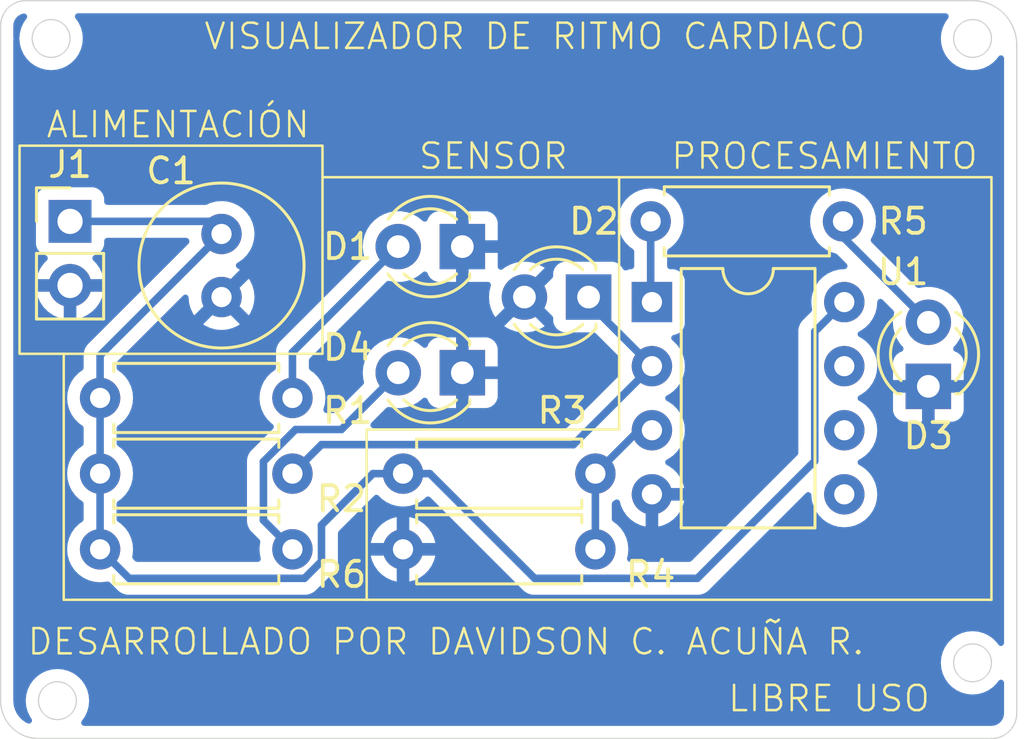
<source format=kicad_pcb>
(kicad_pcb (version 20240108) (generator "pcbnew") (generator_version "8.0")
  (layers (0 "F.Cu" signal) (31 "B.Cu" signal) (34 "B.Paste" user) (35 "F.Paste" user) (36 "B.SilkS" user "B.Silkscreen") (37 "F.SilkS" user "F.Silkscreen") (38 "B.Mask" user) (39 "F.Mask" user) (44 "Edge.Cuts" user))
  (net 0 "")
  (net 1 "GND")
  (net 2 "+5V")
  (net 3 "Net-(D1-A)")
  (net 4 "/SENSOR")
  (net 5 "Net-(D3-A)")
  (net 6 "Net-(U1A-+)")
  (net 7 "Net-(R5-Pad1)")
  (net 11 "Net-(D4-A)")
  (footprint "Resistor_THT:R_Axial_DIN0207_L6.3mm_D2.5mm_P7.62mm_Horizontal" (layer "F.Cu") (at 132 56)
    (property "Reference" "R5" (at 10 0 180) (layer "F.SilkS"))
    (property "Value" "180")
    (fp_line (start 0.54 -1.37) (end 7.08 -1.37) (stroke (width 0.12)) (layer "F.SilkS"))
    (fp_line (start 0.54 -1.04) (end 0.54 -1.37) (stroke (width 0.12)) (layer "F.SilkS"))
    (fp_line (start 0.54 1.04) (end 0.54 1.37) (stroke (width 0.12)) (layer "F.SilkS"))
    (fp_line (start 0.54 1.37) (end 7.08 1.37) (stroke (width 0.12)) (layer "F.SilkS"))
    (fp_line (start 7.08 -1.37) (end 7.08 -1.04) (stroke (width 0.12)) (layer "F.SilkS"))
    (fp_line (start 7.08 1.37) (end 7.08 1.04) (stroke (width 0.12)) (layer "F.SilkS"))
    (pad "1" thru_hole circle (at 0 0) (size 1.6 1.6) (drill 0.8) (layers "*.Cu" "*.Mask") (net 7 "Net-(R5-Pad1)"))
    (pad "2" thru_hole oval (at 7.62 0) (size 1.6 1.6) (drill 0.8) (layers "*.Cu" "*.Mask") (net 5 "Net-(D3-A)"))
  )
  (footprint "Resistor_THT:R_Axial_DIN0207_L6.3mm_D2.5mm_P7.62mm_Horizontal" (layer "F.Cu") (at 110.19 66)
    (property "Reference" "R2" (at 9.56 1 0) (layer "F.SilkS"))
    (property "Value" "220")
    (fp_line (start 0.54 -1.37) (end 7.08 -1.37) (stroke (width 0.12)) (layer "F.SilkS"))
    (fp_line (start 0.54 -1.04) (end 0.54 -1.37) (stroke (width 0.12)) (layer "F.SilkS"))
    (fp_line (start 0.54 1.04) (end 0.54 1.37) (stroke (width 0.12)) (layer "F.SilkS"))
    (fp_line (start 0.54 1.37) (end 7.08 1.37) (stroke (width 0.12)) (layer "F.SilkS"))
    (fp_line (start 7.08 -1.37) (end 7.08 -1.04) (stroke (width 0.12)) (layer "F.SilkS"))
    (fp_line (start 7.08 1.37) (end 7.08 1.04) (stroke (width 0.12)) (layer "F.SilkS"))
    (pad "1" thru_hole circle (at 0 0) (size 1.6 1.6) (drill 0.8) (layers "*.Cu" "*.Mask") (net 2 "+5V"))
    (pad "2" thru_hole oval (at 7.62 0) (size 1.6 1.6) (drill 0.8) (layers "*.Cu" "*.Mask") (net 4 "/SENSOR"))
  )
  (footprint "Resistor_THT:R_Axial_DIN0207_L6.3mm_D2.5mm_P7.62mm_Horizontal" (layer "F.Cu") (at 110.19 63)
    (property "Reference" "R1" (at 9.81 0.5 0) (layer "F.SilkS"))
    (property "Value" "220")
    (fp_line (start 0.54 -1.37) (end 7.08 -1.37) (stroke (width 0.12)) (layer "F.SilkS"))
    (fp_line (start 0.54 -1.04) (end 0.54 -1.37) (stroke (width 0.12)) (layer "F.SilkS"))
    (fp_line (start 0.54 1.04) (end 0.54 1.37) (stroke (width 0.12)) (layer "F.SilkS"))
    (fp_line (start 0.54 1.37) (end 7.08 1.37) (stroke (width 0.12)) (layer "F.SilkS"))
    (fp_line (start 7.08 -1.37) (end 7.08 -1.04) (stroke (width 0.12)) (layer "F.SilkS"))
    (fp_line (start 7.08 1.37) (end 7.08 1.04) (stroke (width 0.12)) (layer "F.SilkS"))
    (pad "1" thru_hole circle (at 0 0) (size 1.6 1.6) (drill 0.8) (layers "*.Cu" "*.Mask") (net 2 "+5V"))
    (pad "2" thru_hole oval (at 7.62 0) (size 1.6 1.6) (drill 0.8) (layers "*.Cu" "*.Mask") (net 3 "Net-(D1-A)"))
  )
  (footprint "Resistor_THT:R_Axial_DIN0207_L6.3mm_D2.5mm_P7.62mm_Horizontal" (layer "F.Cu") (at 129.81 69 180)
    (property "Reference" "R4" (at -2.19 -1 180) (layer "F.SilkS"))
    (property "Value" "3.3k")
    (fp_line (start 7.08 1.37) (end 7.08 1.04) (stroke (width 0.12)) (layer "F.SilkS"))
    (fp_line (start 7.08 -1.37) (end 7.08 -1.04) (stroke (width 0.12)) (layer "F.SilkS"))
    (fp_line (start 0.54 1.37) (end 7.08 1.37) (stroke (width 0.12)) (layer "F.SilkS"))
    (fp_line (start 0.54 1.04) (end 0.54 1.37) (stroke (width 0.12)) (layer "F.SilkS"))
    (fp_line (start 0.54 -1.04) (end 0.54 -1.37) (stroke (width 0.12)) (layer "F.SilkS"))
    (fp_line (start 0.54 -1.37) (end 7.08 -1.37) (stroke (width 0.12)) (layer "F.SilkS"))
    (pad "1" thru_hole circle (at 0 0 180) (size 1.6 1.6) (drill 0.8) (layers "*.Cu" "*.Mask") (net 6 "Net-(U1A-+)"))
    (pad "2" thru_hole oval (at 7.62 0 180) (size 1.6 1.6) (drill 0.8) (layers "*.Cu" "*.Mask") (net 1 "GND"))
  )
  (footprint "LED_THT:LED_D3.0mm" (layer "F.Cu") (at 143 62.54 90)
    (property "Reference" "D3" (at -1.96 0 180) (layer "F.SilkS"))
    (property "Value" "LED AMARILLO")
    (fp_line (start -0.29 -1.236) (end -0.29 -1.08) (stroke (width 0.12)) (layer "F.SilkS"))
    (fp_line (start -0.29 1.08) (end -0.29 1.236) (stroke (width 0.12)) (layer "F.SilkS"))
    (fp_arc (start -0.29 -1.235516) (mid 1.366487 -1.987659) (end 2.942335 -1.078608) (stroke (width 0.12)) (layer "F.SilkS"))
    (fp_arc (start 0.229039 -1.08) (mid 1.270117 -1.5) (end 2.31113 -1.079837) (stroke (width 0.12)) (layer "F.SilkS"))
    (fp_arc (start 2.942335 1.078608) (mid 1.366487 1.987659) (end -0.29 1.235516) (stroke (width 0.12)) (layer "F.SilkS"))
    (fp_arc (start 2.31113 1.079837) (mid 1.270117 1.5) (end 0.229039 1.08) (stroke (width 0.12)) (layer "F.SilkS"))
    (pad "1" thru_hole rect (at 0 0 90) (size 1.8 1.8) (drill 0.9) (layers "*.Cu" "*.Mask") (net 1 "GND"))
    (pad "2" thru_hole circle (at 2.54 0 90) (size 1.8 1.8) (drill 0.9) (layers "*.Cu" "*.Mask") (net 5 "Net-(D3-A)"))
  )
  (footprint "LED_THT:LED_D3.0mm_Clear" (layer "F.Cu") (at 124.54 57 180)
    (property "Reference" "D1" (at 4.54 0 0) (layer "F.SilkS"))
    (property "Value" "Emisor")
    (fp_line (start -0.29 1.08) (end -0.29 1.236) (stroke (width 0.12)) (layer "F.SilkS"))
    (fp_line (start -0.29 -1.236) (end -0.29 -1.08) (stroke (width 0.12)) (layer "F.SilkS"))
    (fp_arc (start 2.942335 1.078608) (mid 1.366487 1.987659) (end -0.29 1.235516) (stroke (width 0.12)) (layer "F.SilkS"))
    (fp_arc (start 2.31113 1.079837) (mid 1.270117 1.5) (end 0.229039 1.08) (stroke (width 0.12)) (layer "F.SilkS"))
    (fp_arc (start 0.229039 -1.08) (mid 1.270117 -1.5) (end 2.31113 -1.079837) (stroke (width 0.12)) (layer "F.SilkS"))
    (fp_arc (start -0.29 -1.235516) (mid 1.366487 -1.987659) (end 2.942335 -1.078608) (stroke (width 0.12)) (layer "F.SilkS"))
    (pad "1" thru_hole rect (at 0 0 180) (size 1.8 1.8) (drill 0.9) (layers "*.Cu" "*.Mask") (net 1 "GND"))
    (pad "2" thru_hole circle (at 2.54 0 180) (size 1.8 1.8) (drill 0.9) (layers "*.Cu" "*.Mask") (net 3 "Net-(D1-A)"))
  )
  (footprint "Resistor_THT:R_Axial_DIN0207_L6.3mm_D2.5mm_P7.62mm_Horizontal" (layer "F.Cu") (at 110.19 69)
    (property "Reference" "R6" (at 9.56 1 0) (layer "F.SilkS"))
    (property "Value" "220")
    (fp_line (start 0.54 -1.37) (end 7.08 -1.37) (stroke (width 0.12)) (layer "F.SilkS"))
    (fp_line (start 0.54 -1.04) (end 0.54 -1.37) (stroke (width 0.12)) (layer "F.SilkS"))
    (fp_line (start 0.54 1.04) (end 0.54 1.37) (stroke (width 0.12)) (layer "F.SilkS"))
    (fp_line (start 0.54 1.37) (end 7.08 1.37) (stroke (width 0.12)) (layer "F.SilkS"))
    (fp_line (start 7.08 -1.37) (end 7.08 -1.04) (stroke (width 0.12)) (layer "F.SilkS"))
    (fp_line (start 7.08 1.37) (end 7.08 1.04) (stroke (width 0.12)) (layer "F.SilkS"))
    (pad "1" thru_hole circle (at 0 0) (size 1.6 1.6) (drill 0.8) (layers "*.Cu" "*.Mask") (net 2 "+5V"))
    (pad "2" thru_hole oval (at 7.62 0) (size 1.6 1.6) (drill 0.8) (layers "*.Cu" "*.Mask") (net 11 "Net-(D4-A)"))
  )
  (footprint "Connector_PinHeader_2.54mm:PinHeader_1x02_P2.54mm_Vertical" (layer "F.Cu") (at 109 56)
    (property "Reference" "J1" (at 0 -2.25 0) (layer "F.SilkS"))
    (property "Value" "Power 5V")
    (fp_line (start -1.33 -1.33) (end 0 -1.33) (stroke (width 0.12)) (layer "F.SilkS"))
    (fp_line (start -1.33 0) (end -1.33 -1.33) (stroke (width 0.12)) (layer "F.SilkS"))
    (fp_line (start -1.33 1.27) (end -1.33 3.87) (stroke (width 0.12)) (layer "F.SilkS"))
    (fp_line (start -1.33 1.27) (end 1.33 1.27) (stroke (width 0.12)) (layer "F.SilkS"))
    (fp_line (start -1.33 3.87) (end 1.33 3.87) (stroke (width 0.12)) (layer "F.SilkS"))
    (fp_line (start 1.33 1.27) (end 1.33 3.87) (stroke (width 0.12)) (layer "F.SilkS"))
    (pad "1" thru_hole rect (at 0 0) (size 1.7 1.7) (drill 1) (layers "*.Cu" "*.Mask") (net 2 "+5V"))
    (pad "2" thru_hole oval (at 0 2.54) (size 1.7 1.7) (drill 1) (layers "*.Cu" "*.Mask") (net 1 "GND"))
  )
  (footprint "LED_THT:LED_D3.0mm" (layer "F.Cu") (at 124.54 62 180)
    (property "Reference" "D4" (at 4.54 1 180) (layer "F.SilkS"))
    (property "Value" "LED ROJO")
    (fp_line (start -0.29 1.08) (end -0.29 1.236) (stroke (width 0.12)) (layer "F.SilkS"))
    (fp_line (start -0.29 -1.236) (end -0.29 -1.08) (stroke (width 0.12)) (layer "F.SilkS"))
    (fp_arc (start 2.942335 1.078608) (mid 1.366487 1.987659) (end -0.29 1.235516) (stroke (width 0.12)) (layer "F.SilkS"))
    (fp_arc (start 2.31113 1.079837) (mid 1.270117 1.5) (end 0.229039 1.08) (stroke (width 0.12)) (layer "F.SilkS"))
    (fp_arc (start 0.229039 -1.08) (mid 1.270117 -1.5) (end 2.31113 -1.079837) (stroke (width 0.12)) (layer "F.SilkS"))
    (fp_arc (start -0.29 -1.235516) (mid 1.366487 -1.987659) (end 2.942335 -1.078608) (stroke (width 0.12)) (layer "F.SilkS"))
    (pad "1" thru_hole rect (at 0 0 180) (size 1.8 1.8) (drill 0.9) (layers "*.Cu" "*.Mask") (net 1 "GND"))
    (pad "2" thru_hole circle (at 2.54 0 180) (size 1.8 1.8) (drill 0.9) (layers "*.Cu" "*.Mask") (net 11 "Net-(D4-A)"))
  )
  (footprint "Package_DIP:DIP-8_W7.62mm" (layer "F.Cu") (at 132.05 59.2)
    (property "Reference" "U1" (at 9.95 -1.2 0) (layer "F.SilkS"))
    (property "Value" "LM358")
    (fp_line (start 1.16 -1.33) (end 1.16 8.95) (stroke (width 0.12)) (layer "F.SilkS"))
    (fp_line (start 1.16 8.95) (end 6.46 8.95) (stroke (width 0.12)) (layer "F.SilkS"))
    (fp_line (start 2.81 -1.33) (end 1.16 -1.33) (stroke (width 0.12)) (layer "F.SilkS"))
    (fp_line (start 6.46 -1.33) (end 4.81 -1.33) (stroke (width 0.12)) (layer "F.SilkS"))
    (fp_line (start 6.46 8.95) (end 6.46 -1.33) (stroke (width 0.12)) (layer "F.SilkS"))
    (fp_arc (start 4.81 -1.33) (mid 3.81 -0.33) (end 2.81 -1.33) (stroke (width 0.12)) (layer "F.SilkS"))
    (pad "1" thru_hole rect (at 0 0) (size 1.6 1.6) (drill 0.8) (layers "*.Cu" "*.Mask") (net 7 "Net-(R5-Pad1)"))
    (pad "2" thru_hole oval (at 0 2.54) (size 1.6 1.6) (drill 0.8) (layers "*.Cu" "*.Mask") (net 4 "/SENSOR"))
    (pad "3" thru_hole oval (at 0 5.08) (size 1.6 1.6) (drill 0.8) (layers "*.Cu" "*.Mask") (net 6 "Net-(U1A-+)"))
    (pad "4" thru_hole oval (at 0 7.62) (size 1.6 1.6) (drill 0.8) (layers "*.Cu" "*.Mask") (net 1 "GND"))
    (pad "5" thru_hole oval (at 7.62 7.62) (size 1.6 1.6) (drill 0.8) (layers "*.Cu" "*.Mask"))
    (pad "6" thru_hole oval (at 7.62 5.08) (size 1.6 1.6) (drill 0.8) (layers "*.Cu" "*.Mask"))
    (pad "7" thru_hole oval (at 7.62 2.54) (size 1.6 1.6) (drill 0.8) (layers "*.Cu" "*.Mask"))
    (pad "8" thru_hole oval (at 7.62 0) (size 1.6 1.6) (drill 0.8) (layers "*.Cu" "*.Mask") (net 2 "+5V"))
  )
  (footprint "Capacitor_THT:C_Radial_D6.3mm_H7.0mm_P2.50mm" (layer "F.Cu") (at 115 56.5 -90)
    (property "Reference" "C1" (at -2.5 2 180) (layer "F.SilkS"))
    (property "Value" "10u")
    (fp_circle (center 1.25 0) (end 4.52 0) (stroke (width 0.12)) (fill none) (layer "F.SilkS"))
    (pad "1" thru_hole circle (at 0 0 270) (size 1.6 1.6) (drill 0.8) (layers "*.Cu" "*.Mask") (net 2 "+5V"))
    (pad "2" thru_hole circle (at 2.5 0 270) (size 1.6 1.6) (drill 0.8) (layers "*.Cu" "*.Mask") (net 1 "GND"))
  )
  (footprint "LED_THT:LED_D3.0mm_IRBlack" (layer "F.Cu") (at 129.54 59 180)
    (property "Reference" "D2" (at -0.21 3 0) (layer "F.SilkS"))
    (property "Value" "Receptor")
    (fp_line (start -0.29 1.08) (end -0.29 1.236) (stroke (width 0.12)) (layer "F.SilkS"))
    (fp_line (start -0.29 -1.236) (end -0.29 -1.08) (stroke (width 0.12)) (layer "F.SilkS"))
    (fp_arc (start 2.942335 1.078608) (mid 1.366487 1.987659) (end -0.29 1.235516) (stroke (width 0.12)) (layer "F.SilkS"))
    (fp_arc (start 2.31113 1.079837) (mid 1.270117 1.5) (end 0.229039 1.08) (stroke (width 0.12)) (layer "F.SilkS"))
    (fp_arc (start 0.229039 -1.08) (mid 1.270117 -1.5) (end 2.31113 -1.079837) (stroke (width 0.12)) (layer "F.SilkS"))
    (fp_arc (start -0.29 -1.235516) (mid 1.366487 -1.987659) (end 2.942335 -1.078608) (stroke (width 0.12)) (layer "F.SilkS"))
    (pad "1" thru_hole rect (at 0 0 180) (size 1.8 1.8) (drill 0.9) (layers "*.Cu" "*.Mask") (net 4 "/SENSOR"))
    (pad "2" thru_hole circle (at 2.54 0 180) (size 1.8 1.8) (drill 0.9) (layers "*.Cu" "*.Mask") (net 1 "GND"))
  )
  (footprint "Resistor_THT:R_Axial_DIN0207_L6.3mm_D2.5mm_P7.62mm_Horizontal" (layer "F.Cu") (at 122.19 66)
    (property "Reference" "R3" (at 6.31 -2.5 0) (layer "F.SilkS"))
    (property "Value" "2.2k")
    (fp_line (start 0.54 -1.37) (end 7.08 -1.37) (stroke (width 0.12)) (layer "F.SilkS"))
    (fp_line (start 0.54 -1.04) (end 0.54 -1.37) (stroke (width 0.12)) (layer "F.SilkS"))
    (fp_line (start 0.54 1.04) (end 0.54 1.37) (stroke (width 0.12)) (layer "F.SilkS"))
    (fp_line (start 0.54 1.37) (end 7.08 1.37) (stroke (width 0.12)) (layer "F.SilkS"))
    (fp_line (start 7.08 -1.37) (end 7.08 -1.04) (stroke (width 0.12)) (layer "F.SilkS"))
    (fp_line (start 7.08 1.37) (end 7.08 1.04) (stroke (width 0.12)) (layer "F.SilkS"))
    (pad "1" thru_hole circle (at 0 0) (size 1.6 1.6) (drill 0.8) (layers "*.Cu" "*.Mask") (net 2 "+5V"))
    (pad "2" thru_hole oval (at 7.62 0) (size 1.6 1.6) (drill 0.8) (layers "*.Cu" "*.Mask") (net 6 "Net-(U1A-+)"))
  )
  (gr_line (start 130.75 64.25) (end 130.75 54.25) (stroke (width 0.1)) (layer "F.SilkS"))
  (gr_line (start 130.75 54.25) (end 119 54.25) (stroke (width 0.1)) (layer "F.SilkS"))
  (gr_rect (start 107 53) (end 119 61.25) (stroke (width 0.1)) (fill none) (layer "F.SilkS"))
  (gr_line (start 130.75 54.25) (end 145.5 54.25) (stroke (width 0.1)) (layer "F.SilkS"))
  (gr_line (start 108.75 71) (end 120.75 71) (stroke (width 0.1)) (layer "F.SilkS"))
  (gr_line (start 145.5 71) (end 120.75 71) (stroke (width 0.1)) (layer "F.SilkS"))
  (gr_line (start 120.75 64.25) (end 130.75 64.25) (stroke (width 0.1)) (layer "F.SilkS"))
  (gr_line (start 120.75 71) (end 120.75 64.25) (stroke (width 0.1)) (layer "F.SilkS"))
  (gr_line (start 108.75 61.25) (end 108.75 71) (stroke (width 0.1)) (layer "F.SilkS"))
  (gr_line (start 145.5 54.25) (end 145.5 71) (stroke (width 0.1)) (layer "F.SilkS"))
  (gr_circle (center 108.25 48.75) (end 109 48.75) (stroke (width 0.05)) (fill none) (layer "Edge.Cuts"))
  (gr_arc (start 146.5 75.5) (mid 146.207107 76.207107) (end 145.5 76.5) (stroke (width 0.05)) (layer "Edge.Cuts"))
  (gr_arc (start 107.75 76.5) (mid 106.68934 76.06066) (end 106.25 75) (stroke (width 0.05)) (layer "Edge.Cuts"))
  (gr_circle (center 108.5 75) (end 109.25 75) (stroke (width 0.05)) (fill none) (layer "Edge.Cuts"))
  (gr_line (start 107.25 47.25) (end 144.75 47.25) (stroke (width 0.05)) (layer "Edge.Cuts"))
  (gr_circle (center 144.75 73.5) (end 145.5 73.5) (stroke (width 0.05)) (fill none) (layer "Edge.Cuts"))
  (gr_arc (start 144.75 47.25) (mid 145.987437 47.762563) (end 146.5 49) (stroke (width 0.05)) (layer "Edge.Cuts"))
  (gr_circle (center 144.75 48.75) (end 145.5 48.75) (stroke (width 0.05)) (fill none) (layer "Edge.Cuts"))
  (gr_arc (start 106.25 48.25) (mid 106.542893 47.542893) (end 107.25 47.25) (stroke (width 0.05)) (layer "Edge.Cuts"))
  (gr_line (start 146.5 49) (end 146.5 75.5) (stroke (width 0.05)) (layer "Edge.Cuts"))
  (gr_line (start 106.25 75) (end 106.25 48.25) (stroke (width 0.05)) (layer "Edge.Cuts"))
  (gr_line (start 145.5 76.5) (end 107.75 76.5) (stroke (width 0.05)) (layer "Edge.Cuts"))
  (gr_text "PROCESAMIENTO" (at 132.75 54 0) (layer "F.SilkS") (effects (font (size 1 1) (thickness 0.1)) (justify left bottom)))
  (gr_text "DESARROLLADO POR DAVIDSON C. ACUÑA R." (at 107.25 73.25 0) (layer "F.SilkS") (effects (font (size 1 1) (thickness 0.1)) (justify left bottom)))
  (gr_text "VISUALIZADOR DE RITMO CARDIACO" (at 114.25 49.25 0) (layer "F.SilkS") (effects (font (size 1 1) (thickness 0.1)) (justify left bottom)))
  (gr_text "SENSOR" (at 122.75 54 0) (layer "F.SilkS") (effects (font (size 1 1) (thickness 0.1)) (justify left bottom)))
  (gr_text "ALIMENTACIÓN" (at 108 52.75 0) (layer "F.SilkS") (effects (font (size 1 1) (thickness 0.1)) (justify left bottom)))
  (gr_text "LIBRE USO" (at 135 75.5 0) (layer "F.SilkS") (effects (font (size 1 1) (thickness 0.1)) (justify left bottom)))
  (segment (start 118.96 68.04) (end 121 66) (width 0.3) (layer "B.Cu") (net 2))
  (segment (start 138.5 65.5) (end 138.5 60.37) (width 0.3) (layer "B.Cu") (net 2))
  (segment (start 114.5 56) (end 115 56.5) (width 0.3) (layer "B.Cu") (net 2))
  (segment (start 110.19 69) (end 110.19 66) (width 0.3) (layer "B.Cu") (net 2))
  (segment (start 110.19 69) (end 111.34 70.15) (width 0.3) (layer "B.Cu") (net 2))
  (segment (start 133.85 70.15) (end 138.5 65.5) (width 0.3) (layer "B.Cu") (net 2))
  (segment (start 118.286346 70.15) (end 118.96 69.476346) (width 0.3) (layer "B.Cu") (net 2))
  (segment (start 121 66) (end 122.19 66) (width 0.3) (layer "B.Cu") (net 2))
  (segment (start 122.19 66) (end 123.25 66) (width 0.3) (layer "B.Cu") (net 2))
  (segment (start 111.34 70.15) (end 118.286346 70.15) (width 0.3) (layer "B.Cu") (net 2))
  (segment (start 138.5 60.37) (end 139.67 59.2) (width 0.3) (layer "B.Cu") (net 2))
  (segment (start 123.25 66) (end 127.4 70.15) (width 0.3) (layer "B.Cu") (net 2))
  (segment (start 118.96 69.476346) (end 118.96 68.04) (width 0.3) (layer "B.Cu") (net 2))
  (segment (start 109 56) (end 114.5 56) (width 0.3) (layer "B.Cu") (net 2))
  (segment (start 127.4 70.15) (end 133.85 70.15) (width 0.3) (layer "B.Cu") (net 2))
  (segment (start 110.19 61.31) (end 115 56.5) (width 0.3) (layer "B.Cu") (net 2))
  (segment (start 110.19 63) (end 110.19 61.31) (width 0.3) (layer "B.Cu") (net 2))
  (segment (start 110.19 63) (end 110.19 66) (width 0.3) (layer "B.Cu") (net 2))
  (segment (start 117.81 63) (end 117.81 61.19) (width 0.3) (layer "B.Cu") (net 3))
  (segment (start 117.81 61.19) (end 122 57) (width 0.3) (layer "B.Cu") (net 3))
  (segment (start 129.54 59.23) (end 129.54 59) (width 0.3) (layer "B.Cu") (net 4))
  (segment (start 118.96 64.85) (end 128.94 64.85) (width 0.3) (layer "B.Cu") (net 4))
  (segment (start 128.94 64.85) (end 132.05 61.74) (width 0.3) (layer "B.Cu") (net 4))
  (segment (start 117.81 66) (end 118.96 64.85) (width 0.3) (layer "B.Cu") (net 4))
  (segment (start 132.05 61.74) (end 129.54 59.23) (width 0.3) (layer "B.Cu") (net 4))
  (segment (start 143 60) (end 139.62 56.62) (width 0.3) (layer "B.Cu") (net 5))
  (segment (start 139.62 56.62) (end 139.62 56) (width 0.3) (layer "B.Cu") (net 5))
  (segment (start 129.81 69) (end 129.81 66) (width 0.3) (layer "B.Cu") (net 6))
  (segment (start 131.53 64.28) (end 129.81 66) (width 0.3) (layer "B.Cu") (net 6))
  (segment (start 132.05 64.28) (end 131.53 64.28) (width 0.3) (layer "B.Cu") (net 6))
  (segment (start 132 59.15) (end 132.05 59.2) (width 0.3) (layer "B.Cu") (net 7))
  (segment (start 132 56) (end 132 59.15) (width 0.3) (layer "B.Cu") (net 7))
  (segment (start 117.933654 64.25) (end 119.75 64.25) (width 0.3) (layer "B.Cu") (net 11))
  (segment (start 119.75 64.25) (end 122 62) (width 0.3) (layer "B.Cu") (net 11))
  (segment (start 116.66 67.85) (end 116.66 65.523654) (width 0.3) (layer "B.Cu") (net 11))
  (segment (start 116.66 65.523654) (end 117.933654 64.25) (width 0.3) (layer "B.Cu") (net 11))
  (segment (start 117.81 69) (end 116.66 67.85) (width 0.3) (layer "B.Cu") (net 11))
  (zone (net 1) (net_name "GND") (layer "B.Cu") (connect_pads (clearance 0.5)) (min_thickness 0.25) (fill yes (thermal_gap 0.5) (thermal_bridge_width 0.5))
    (polygon (pts (xy 107.25 47.25) (xy 144.75 47.25) (xy 146.5 48.75) (xy 146.5 75.5) (xy 145.75 76.5) (xy 107.75 76.5) (xy 106.25 75) (xy 106.25 48.25)))
  )
)
</source>
